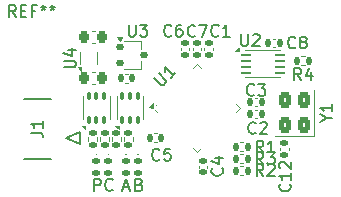
<source format=gbr>
%TF.GenerationSoftware,KiCad,Pcbnew,9.0.2*%
%TF.CreationDate,2025-06-09T11:48:46-05:00*%
%TF.ProjectId,ICEBATS384,49434542-4154-4533-9338-342e6b696361,rev?*%
%TF.SameCoordinates,Original*%
%TF.FileFunction,Legend,Top*%
%TF.FilePolarity,Positive*%
%FSLAX46Y46*%
G04 Gerber Fmt 4.6, Leading zero omitted, Abs format (unit mm)*
G04 Created by KiCad (PCBNEW 9.0.2) date 2025-06-09 11:48:46*
%MOMM*%
%LPD*%
G01*
G04 APERTURE LIST*
G04 Aperture macros list*
%AMRoundRect*
0 Rectangle with rounded corners*
0 $1 Rounding radius*
0 $2 $3 $4 $5 $6 $7 $8 $9 X,Y pos of 4 corners*
0 Add a 4 corners polygon primitive as box body*
4,1,4,$2,$3,$4,$5,$6,$7,$8,$9,$2,$3,0*
0 Add four circle primitives for the rounded corners*
1,1,$1+$1,$2,$3*
1,1,$1+$1,$4,$5*
1,1,$1+$1,$6,$7*
1,1,$1+$1,$8,$9*
0 Add four rect primitives between the rounded corners*
20,1,$1+$1,$2,$3,$4,$5,0*
20,1,$1+$1,$4,$5,$6,$7,0*
20,1,$1+$1,$6,$7,$8,$9,0*
20,1,$1+$1,$8,$9,$2,$3,0*%
%AMRotRect*
0 Rectangle, with rotation*
0 The origin of the aperture is its center*
0 $1 length*
0 $2 width*
0 $3 Rotation angle, in degrees counterclockwise*
0 Add horizontal line*
21,1,$1,$2,0,0,$3*%
%AMFreePoly0*
4,1,6,0.130000,0.115000,0.130000,-0.115000,-0.130000,-0.115000,-0.130000,0.275000,-0.020000,0.275000,0.130000,0.115000,0.130000,0.115000,$1*%
%AMFreePoly1*
4,1,6,0.130000,-0.115000,-0.130000,-0.115000,-0.130000,0.115000,0.020000,0.275000,0.130000,0.275000,0.130000,-0.115000,0.130000,-0.115000,$1*%
G04 Aperture macros list end*
%ADD10C,0.150000*%
%ADD11C,0.120000*%
%ADD12C,0.100000*%
%ADD13C,0.152400*%
%ADD14RoundRect,0.140000X0.170000X-0.140000X0.170000X0.140000X-0.170000X0.140000X-0.170000X-0.140000X0*%
%ADD15RoundRect,0.147500X-0.172500X0.147500X-0.172500X-0.147500X0.172500X-0.147500X0.172500X0.147500X0*%
%ADD16RoundRect,0.075000X0.075000X-0.247500X0.075000X0.247500X-0.075000X0.247500X-0.075000X-0.247500X0*%
%ADD17R,1.700000X1.010000*%
%ADD18RoundRect,0.225000X-0.225000X-0.250000X0.225000X-0.250000X0.225000X0.250000X-0.225000X0.250000X0*%
%ADD19C,2.200000*%
%ADD20RoundRect,0.140000X-0.140000X-0.170000X0.140000X-0.170000X0.140000X0.170000X-0.140000X0.170000X0*%
%ADD21RoundRect,0.062500X-0.387500X-0.062500X0.387500X-0.062500X0.387500X0.062500X-0.387500X0.062500X0*%
%ADD22R,0.200000X1.600000*%
%ADD23RoundRect,0.062500X-0.220971X-0.309359X0.309359X0.220971X0.220971X0.309359X-0.309359X-0.220971X0*%
%ADD24RoundRect,0.062500X0.220971X-0.309359X0.309359X-0.220971X-0.220971X0.309359X-0.309359X0.220971X0*%
%ADD25RotRect,3.100000X3.100000X45.000000*%
%ADD26RoundRect,0.135000X0.135000X0.185000X-0.135000X0.185000X-0.135000X-0.185000X0.135000X-0.185000X0*%
%ADD27RoundRect,0.140000X0.140000X0.170000X-0.140000X0.170000X-0.140000X-0.170000X0.140000X-0.170000X0*%
%ADD28RoundRect,0.140000X-0.170000X0.140000X-0.170000X-0.140000X0.170000X-0.140000X0.170000X0.140000X0*%
%ADD29RoundRect,0.135000X0.185000X-0.135000X0.185000X0.135000X-0.185000X0.135000X-0.185000X-0.135000X0*%
%ADD30RoundRect,0.112500X-0.237500X0.112500X-0.237500X-0.112500X0.237500X-0.112500X0.237500X0.112500X0*%
%ADD31FreePoly0,0.000000*%
%ADD32FreePoly1,0.000000*%
%ADD33FreePoly0,180.000000*%
%ADD34FreePoly1,180.000000*%
%ADD35RotRect,0.520000X0.520000X225.000000*%
%ADD36R,0.700000X0.220000*%
%ADD37R,0.500000X1.000000*%
%ADD38RoundRect,0.250000X0.300000X-0.400000X0.300000X0.400000X-0.300000X0.400000X-0.300000X-0.400000X0*%
G04 APERTURE END LIST*
D10*
X32789778Y-47004756D02*
X32789778Y-46004756D01*
X32789778Y-46004756D02*
X33170730Y-46004756D01*
X33170730Y-46004756D02*
X33265968Y-46052375D01*
X33265968Y-46052375D02*
X33313587Y-46099994D01*
X33313587Y-46099994D02*
X33361206Y-46195232D01*
X33361206Y-46195232D02*
X33361206Y-46338089D01*
X33361206Y-46338089D02*
X33313587Y-46433327D01*
X33313587Y-46433327D02*
X33265968Y-46480946D01*
X33265968Y-46480946D02*
X33170730Y-46528565D01*
X33170730Y-46528565D02*
X32789778Y-46528565D01*
X36623111Y-46480946D02*
X36765968Y-46528565D01*
X36765968Y-46528565D02*
X36813587Y-46576184D01*
X36813587Y-46576184D02*
X36861206Y-46671422D01*
X36861206Y-46671422D02*
X36861206Y-46814279D01*
X36861206Y-46814279D02*
X36813587Y-46909517D01*
X36813587Y-46909517D02*
X36765968Y-46957137D01*
X36765968Y-46957137D02*
X36670730Y-47004756D01*
X36670730Y-47004756D02*
X36289778Y-47004756D01*
X36289778Y-47004756D02*
X36289778Y-46004756D01*
X36289778Y-46004756D02*
X36623111Y-46004756D01*
X36623111Y-46004756D02*
X36718349Y-46052375D01*
X36718349Y-46052375D02*
X36765968Y-46099994D01*
X36765968Y-46099994D02*
X36813587Y-46195232D01*
X36813587Y-46195232D02*
X36813587Y-46290470D01*
X36813587Y-46290470D02*
X36765968Y-46385708D01*
X36765968Y-46385708D02*
X36718349Y-46433327D01*
X36718349Y-46433327D02*
X36623111Y-46480946D01*
X36623111Y-46480946D02*
X36289778Y-46480946D01*
X34361206Y-46909517D02*
X34313587Y-46957137D01*
X34313587Y-46957137D02*
X34170730Y-47004756D01*
X34170730Y-47004756D02*
X34075492Y-47004756D01*
X34075492Y-47004756D02*
X33932635Y-46957137D01*
X33932635Y-46957137D02*
X33837397Y-46861898D01*
X33837397Y-46861898D02*
X33789778Y-46766660D01*
X33789778Y-46766660D02*
X33742159Y-46576184D01*
X33742159Y-46576184D02*
X33742159Y-46433327D01*
X33742159Y-46433327D02*
X33789778Y-46242851D01*
X33789778Y-46242851D02*
X33837397Y-46147613D01*
X33837397Y-46147613D02*
X33932635Y-46052375D01*
X33932635Y-46052375D02*
X34075492Y-46004756D01*
X34075492Y-46004756D02*
X34170730Y-46004756D01*
X34170730Y-46004756D02*
X34313587Y-46052375D01*
X34313587Y-46052375D02*
X34361206Y-46099994D01*
X35242159Y-46719041D02*
X35718349Y-46719041D01*
X35146921Y-47004756D02*
X35480254Y-46004756D01*
X35480254Y-46004756D02*
X35813587Y-47004756D01*
X41333333Y-33879580D02*
X41285714Y-33927200D01*
X41285714Y-33927200D02*
X41142857Y-33974819D01*
X41142857Y-33974819D02*
X41047619Y-33974819D01*
X41047619Y-33974819D02*
X40904762Y-33927200D01*
X40904762Y-33927200D02*
X40809524Y-33831961D01*
X40809524Y-33831961D02*
X40761905Y-33736723D01*
X40761905Y-33736723D02*
X40714286Y-33546247D01*
X40714286Y-33546247D02*
X40714286Y-33403390D01*
X40714286Y-33403390D02*
X40761905Y-33212914D01*
X40761905Y-33212914D02*
X40809524Y-33117676D01*
X40809524Y-33117676D02*
X40904762Y-33022438D01*
X40904762Y-33022438D02*
X41047619Y-32974819D01*
X41047619Y-32974819D02*
X41142857Y-32974819D01*
X41142857Y-32974819D02*
X41285714Y-33022438D01*
X41285714Y-33022438D02*
X41333333Y-33070057D01*
X41666667Y-32974819D02*
X42333333Y-32974819D01*
X42333333Y-32974819D02*
X41904762Y-33974819D01*
X45238095Y-33754819D02*
X45238095Y-34564342D01*
X45238095Y-34564342D02*
X45285714Y-34659580D01*
X45285714Y-34659580D02*
X45333333Y-34707200D01*
X45333333Y-34707200D02*
X45428571Y-34754819D01*
X45428571Y-34754819D02*
X45619047Y-34754819D01*
X45619047Y-34754819D02*
X45714285Y-34707200D01*
X45714285Y-34707200D02*
X45761904Y-34659580D01*
X45761904Y-34659580D02*
X45809523Y-34564342D01*
X45809523Y-34564342D02*
X45809523Y-33754819D01*
X46238095Y-33850057D02*
X46285714Y-33802438D01*
X46285714Y-33802438D02*
X46380952Y-33754819D01*
X46380952Y-33754819D02*
X46619047Y-33754819D01*
X46619047Y-33754819D02*
X46714285Y-33802438D01*
X46714285Y-33802438D02*
X46761904Y-33850057D01*
X46761904Y-33850057D02*
X46809523Y-33945295D01*
X46809523Y-33945295D02*
X46809523Y-34040533D01*
X46809523Y-34040533D02*
X46761904Y-34183390D01*
X46761904Y-34183390D02*
X46190476Y-34754819D01*
X46190476Y-34754819D02*
X46809523Y-34754819D01*
X37867531Y-37445027D02*
X38439951Y-38017447D01*
X38439951Y-38017447D02*
X38540966Y-38051119D01*
X38540966Y-38051119D02*
X38608310Y-38051119D01*
X38608310Y-38051119D02*
X38709325Y-38017447D01*
X38709325Y-38017447D02*
X38844012Y-37882760D01*
X38844012Y-37882760D02*
X38877684Y-37781745D01*
X38877684Y-37781745D02*
X38877684Y-37714401D01*
X38877684Y-37714401D02*
X38844012Y-37613386D01*
X38844012Y-37613386D02*
X38271592Y-37040966D01*
X39685806Y-37040966D02*
X39281745Y-37445027D01*
X39483775Y-37242997D02*
X38776669Y-36535890D01*
X38776669Y-36535890D02*
X38810340Y-36704249D01*
X38810340Y-36704249D02*
X38810340Y-36838936D01*
X38810340Y-36838936D02*
X38776669Y-36939951D01*
X47133333Y-44754819D02*
X46800000Y-44278628D01*
X46561905Y-44754819D02*
X46561905Y-43754819D01*
X46561905Y-43754819D02*
X46942857Y-43754819D01*
X46942857Y-43754819D02*
X47038095Y-43802438D01*
X47038095Y-43802438D02*
X47085714Y-43850057D01*
X47085714Y-43850057D02*
X47133333Y-43945295D01*
X47133333Y-43945295D02*
X47133333Y-44088152D01*
X47133333Y-44088152D02*
X47085714Y-44183390D01*
X47085714Y-44183390D02*
X47038095Y-44231009D01*
X47038095Y-44231009D02*
X46942857Y-44278628D01*
X46942857Y-44278628D02*
X46561905Y-44278628D01*
X47466667Y-43754819D02*
X48085714Y-43754819D01*
X48085714Y-43754819D02*
X47752381Y-44135771D01*
X47752381Y-44135771D02*
X47895238Y-44135771D01*
X47895238Y-44135771D02*
X47990476Y-44183390D01*
X47990476Y-44183390D02*
X48038095Y-44231009D01*
X48038095Y-44231009D02*
X48085714Y-44326247D01*
X48085714Y-44326247D02*
X48085714Y-44564342D01*
X48085714Y-44564342D02*
X48038095Y-44659580D01*
X48038095Y-44659580D02*
X47990476Y-44707200D01*
X47990476Y-44707200D02*
X47895238Y-44754819D01*
X47895238Y-44754819D02*
X47609524Y-44754819D01*
X47609524Y-44754819D02*
X47514286Y-44707200D01*
X47514286Y-44707200D02*
X47466667Y-44659580D01*
X47133333Y-43754819D02*
X46800000Y-43278628D01*
X46561905Y-43754819D02*
X46561905Y-42754819D01*
X46561905Y-42754819D02*
X46942857Y-42754819D01*
X46942857Y-42754819D02*
X47038095Y-42802438D01*
X47038095Y-42802438D02*
X47085714Y-42850057D01*
X47085714Y-42850057D02*
X47133333Y-42945295D01*
X47133333Y-42945295D02*
X47133333Y-43088152D01*
X47133333Y-43088152D02*
X47085714Y-43183390D01*
X47085714Y-43183390D02*
X47038095Y-43231009D01*
X47038095Y-43231009D02*
X46942857Y-43278628D01*
X46942857Y-43278628D02*
X46561905Y-43278628D01*
X48085714Y-43754819D02*
X47514286Y-43754819D01*
X47800000Y-43754819D02*
X47800000Y-42754819D01*
X47800000Y-42754819D02*
X47704762Y-42897676D01*
X47704762Y-42897676D02*
X47609524Y-42992914D01*
X47609524Y-42992914D02*
X47514286Y-43040533D01*
X38333333Y-44359580D02*
X38285714Y-44407200D01*
X38285714Y-44407200D02*
X38142857Y-44454819D01*
X38142857Y-44454819D02*
X38047619Y-44454819D01*
X38047619Y-44454819D02*
X37904762Y-44407200D01*
X37904762Y-44407200D02*
X37809524Y-44311961D01*
X37809524Y-44311961D02*
X37761905Y-44216723D01*
X37761905Y-44216723D02*
X37714286Y-44026247D01*
X37714286Y-44026247D02*
X37714286Y-43883390D01*
X37714286Y-43883390D02*
X37761905Y-43692914D01*
X37761905Y-43692914D02*
X37809524Y-43597676D01*
X37809524Y-43597676D02*
X37904762Y-43502438D01*
X37904762Y-43502438D02*
X38047619Y-43454819D01*
X38047619Y-43454819D02*
X38142857Y-43454819D01*
X38142857Y-43454819D02*
X38285714Y-43502438D01*
X38285714Y-43502438D02*
X38333333Y-43550057D01*
X39238095Y-43454819D02*
X38761905Y-43454819D01*
X38761905Y-43454819D02*
X38714286Y-43931009D01*
X38714286Y-43931009D02*
X38761905Y-43883390D01*
X38761905Y-43883390D02*
X38857143Y-43835771D01*
X38857143Y-43835771D02*
X39095238Y-43835771D01*
X39095238Y-43835771D02*
X39190476Y-43883390D01*
X39190476Y-43883390D02*
X39238095Y-43931009D01*
X39238095Y-43931009D02*
X39285714Y-44026247D01*
X39285714Y-44026247D02*
X39285714Y-44264342D01*
X39285714Y-44264342D02*
X39238095Y-44359580D01*
X39238095Y-44359580D02*
X39190476Y-44407200D01*
X39190476Y-44407200D02*
X39095238Y-44454819D01*
X39095238Y-44454819D02*
X38857143Y-44454819D01*
X38857143Y-44454819D02*
X38761905Y-44407200D01*
X38761905Y-44407200D02*
X38714286Y-44359580D01*
X50333333Y-37624819D02*
X50000000Y-37148628D01*
X49761905Y-37624819D02*
X49761905Y-36624819D01*
X49761905Y-36624819D02*
X50142857Y-36624819D01*
X50142857Y-36624819D02*
X50238095Y-36672438D01*
X50238095Y-36672438D02*
X50285714Y-36720057D01*
X50285714Y-36720057D02*
X50333333Y-36815295D01*
X50333333Y-36815295D02*
X50333333Y-36958152D01*
X50333333Y-36958152D02*
X50285714Y-37053390D01*
X50285714Y-37053390D02*
X50238095Y-37101009D01*
X50238095Y-37101009D02*
X50142857Y-37148628D01*
X50142857Y-37148628D02*
X49761905Y-37148628D01*
X51190476Y-36958152D02*
X51190476Y-37624819D01*
X50952381Y-36577200D02*
X50714286Y-37291485D01*
X50714286Y-37291485D02*
X51333333Y-37291485D01*
X26166666Y-32304819D02*
X25833333Y-31828628D01*
X25595238Y-32304819D02*
X25595238Y-31304819D01*
X25595238Y-31304819D02*
X25976190Y-31304819D01*
X25976190Y-31304819D02*
X26071428Y-31352438D01*
X26071428Y-31352438D02*
X26119047Y-31400057D01*
X26119047Y-31400057D02*
X26166666Y-31495295D01*
X26166666Y-31495295D02*
X26166666Y-31638152D01*
X26166666Y-31638152D02*
X26119047Y-31733390D01*
X26119047Y-31733390D02*
X26071428Y-31781009D01*
X26071428Y-31781009D02*
X25976190Y-31828628D01*
X25976190Y-31828628D02*
X25595238Y-31828628D01*
X26595238Y-31781009D02*
X26928571Y-31781009D01*
X27071428Y-32304819D02*
X26595238Y-32304819D01*
X26595238Y-32304819D02*
X26595238Y-31304819D01*
X26595238Y-31304819D02*
X27071428Y-31304819D01*
X27833333Y-31781009D02*
X27500000Y-31781009D01*
X27500000Y-32304819D02*
X27500000Y-31304819D01*
X27500000Y-31304819D02*
X27976190Y-31304819D01*
X28500000Y-31304819D02*
X28500000Y-31542914D01*
X28261905Y-31447676D02*
X28500000Y-31542914D01*
X28500000Y-31542914D02*
X28738095Y-31447676D01*
X28357143Y-31733390D02*
X28500000Y-31542914D01*
X28500000Y-31542914D02*
X28642857Y-31733390D01*
X29261905Y-31304819D02*
X29261905Y-31542914D01*
X29023810Y-31447676D02*
X29261905Y-31542914D01*
X29261905Y-31542914D02*
X29500000Y-31447676D01*
X29119048Y-31733390D02*
X29261905Y-31542914D01*
X29261905Y-31542914D02*
X29404762Y-31733390D01*
X43626084Y-45103905D02*
X43673704Y-45151524D01*
X43673704Y-45151524D02*
X43721323Y-45294381D01*
X43721323Y-45294381D02*
X43721323Y-45389619D01*
X43721323Y-45389619D02*
X43673704Y-45532476D01*
X43673704Y-45532476D02*
X43578465Y-45627714D01*
X43578465Y-45627714D02*
X43483227Y-45675333D01*
X43483227Y-45675333D02*
X43292751Y-45722952D01*
X43292751Y-45722952D02*
X43149894Y-45722952D01*
X43149894Y-45722952D02*
X42959418Y-45675333D01*
X42959418Y-45675333D02*
X42864180Y-45627714D01*
X42864180Y-45627714D02*
X42768942Y-45532476D01*
X42768942Y-45532476D02*
X42721323Y-45389619D01*
X42721323Y-45389619D02*
X42721323Y-45294381D01*
X42721323Y-45294381D02*
X42768942Y-45151524D01*
X42768942Y-45151524D02*
X42816561Y-45103905D01*
X43054656Y-44246762D02*
X43721323Y-44246762D01*
X42673704Y-44484857D02*
X43387989Y-44722952D01*
X43387989Y-44722952D02*
X43387989Y-44103905D01*
X49833333Y-34859580D02*
X49785714Y-34907200D01*
X49785714Y-34907200D02*
X49642857Y-34954819D01*
X49642857Y-34954819D02*
X49547619Y-34954819D01*
X49547619Y-34954819D02*
X49404762Y-34907200D01*
X49404762Y-34907200D02*
X49309524Y-34811961D01*
X49309524Y-34811961D02*
X49261905Y-34716723D01*
X49261905Y-34716723D02*
X49214286Y-34526247D01*
X49214286Y-34526247D02*
X49214286Y-34383390D01*
X49214286Y-34383390D02*
X49261905Y-34192914D01*
X49261905Y-34192914D02*
X49309524Y-34097676D01*
X49309524Y-34097676D02*
X49404762Y-34002438D01*
X49404762Y-34002438D02*
X49547619Y-33954819D01*
X49547619Y-33954819D02*
X49642857Y-33954819D01*
X49642857Y-33954819D02*
X49785714Y-34002438D01*
X49785714Y-34002438D02*
X49833333Y-34050057D01*
X50404762Y-34383390D02*
X50309524Y-34335771D01*
X50309524Y-34335771D02*
X50261905Y-34288152D01*
X50261905Y-34288152D02*
X50214286Y-34192914D01*
X50214286Y-34192914D02*
X50214286Y-34145295D01*
X50214286Y-34145295D02*
X50261905Y-34050057D01*
X50261905Y-34050057D02*
X50309524Y-34002438D01*
X50309524Y-34002438D02*
X50404762Y-33954819D01*
X50404762Y-33954819D02*
X50595238Y-33954819D01*
X50595238Y-33954819D02*
X50690476Y-34002438D01*
X50690476Y-34002438D02*
X50738095Y-34050057D01*
X50738095Y-34050057D02*
X50785714Y-34145295D01*
X50785714Y-34145295D02*
X50785714Y-34192914D01*
X50785714Y-34192914D02*
X50738095Y-34288152D01*
X50738095Y-34288152D02*
X50690476Y-34335771D01*
X50690476Y-34335771D02*
X50595238Y-34383390D01*
X50595238Y-34383390D02*
X50404762Y-34383390D01*
X50404762Y-34383390D02*
X50309524Y-34431009D01*
X50309524Y-34431009D02*
X50261905Y-34478628D01*
X50261905Y-34478628D02*
X50214286Y-34573866D01*
X50214286Y-34573866D02*
X50214286Y-34764342D01*
X50214286Y-34764342D02*
X50261905Y-34859580D01*
X50261905Y-34859580D02*
X50309524Y-34907200D01*
X50309524Y-34907200D02*
X50404762Y-34954819D01*
X50404762Y-34954819D02*
X50595238Y-34954819D01*
X50595238Y-34954819D02*
X50690476Y-34907200D01*
X50690476Y-34907200D02*
X50738095Y-34859580D01*
X50738095Y-34859580D02*
X50785714Y-34764342D01*
X50785714Y-34764342D02*
X50785714Y-34573866D01*
X50785714Y-34573866D02*
X50738095Y-34478628D01*
X50738095Y-34478628D02*
X50690476Y-34431009D01*
X50690476Y-34431009D02*
X50595238Y-34383390D01*
X46353333Y-38859580D02*
X46305714Y-38907200D01*
X46305714Y-38907200D02*
X46162857Y-38954819D01*
X46162857Y-38954819D02*
X46067619Y-38954819D01*
X46067619Y-38954819D02*
X45924762Y-38907200D01*
X45924762Y-38907200D02*
X45829524Y-38811961D01*
X45829524Y-38811961D02*
X45781905Y-38716723D01*
X45781905Y-38716723D02*
X45734286Y-38526247D01*
X45734286Y-38526247D02*
X45734286Y-38383390D01*
X45734286Y-38383390D02*
X45781905Y-38192914D01*
X45781905Y-38192914D02*
X45829524Y-38097676D01*
X45829524Y-38097676D02*
X45924762Y-38002438D01*
X45924762Y-38002438D02*
X46067619Y-37954819D01*
X46067619Y-37954819D02*
X46162857Y-37954819D01*
X46162857Y-37954819D02*
X46305714Y-38002438D01*
X46305714Y-38002438D02*
X46353333Y-38050057D01*
X46686667Y-37954819D02*
X47305714Y-37954819D01*
X47305714Y-37954819D02*
X46972381Y-38335771D01*
X46972381Y-38335771D02*
X47115238Y-38335771D01*
X47115238Y-38335771D02*
X47210476Y-38383390D01*
X47210476Y-38383390D02*
X47258095Y-38431009D01*
X47258095Y-38431009D02*
X47305714Y-38526247D01*
X47305714Y-38526247D02*
X47305714Y-38764342D01*
X47305714Y-38764342D02*
X47258095Y-38859580D01*
X47258095Y-38859580D02*
X47210476Y-38907200D01*
X47210476Y-38907200D02*
X47115238Y-38954819D01*
X47115238Y-38954819D02*
X46829524Y-38954819D01*
X46829524Y-38954819D02*
X46734286Y-38907200D01*
X46734286Y-38907200D02*
X46686667Y-38859580D01*
X49359580Y-46442857D02*
X49407200Y-46490476D01*
X49407200Y-46490476D02*
X49454819Y-46633333D01*
X49454819Y-46633333D02*
X49454819Y-46728571D01*
X49454819Y-46728571D02*
X49407200Y-46871428D01*
X49407200Y-46871428D02*
X49311961Y-46966666D01*
X49311961Y-46966666D02*
X49216723Y-47014285D01*
X49216723Y-47014285D02*
X49026247Y-47061904D01*
X49026247Y-47061904D02*
X48883390Y-47061904D01*
X48883390Y-47061904D02*
X48692914Y-47014285D01*
X48692914Y-47014285D02*
X48597676Y-46966666D01*
X48597676Y-46966666D02*
X48502438Y-46871428D01*
X48502438Y-46871428D02*
X48454819Y-46728571D01*
X48454819Y-46728571D02*
X48454819Y-46633333D01*
X48454819Y-46633333D02*
X48502438Y-46490476D01*
X48502438Y-46490476D02*
X48550057Y-46442857D01*
X49454819Y-45490476D02*
X49454819Y-46061904D01*
X49454819Y-45776190D02*
X48454819Y-45776190D01*
X48454819Y-45776190D02*
X48597676Y-45871428D01*
X48597676Y-45871428D02*
X48692914Y-45966666D01*
X48692914Y-45966666D02*
X48740533Y-46061904D01*
X48550057Y-45109523D02*
X48502438Y-45061904D01*
X48502438Y-45061904D02*
X48454819Y-44966666D01*
X48454819Y-44966666D02*
X48454819Y-44728571D01*
X48454819Y-44728571D02*
X48502438Y-44633333D01*
X48502438Y-44633333D02*
X48550057Y-44585714D01*
X48550057Y-44585714D02*
X48645295Y-44538095D01*
X48645295Y-44538095D02*
X48740533Y-44538095D01*
X48740533Y-44538095D02*
X48883390Y-44585714D01*
X48883390Y-44585714D02*
X49454819Y-45157142D01*
X49454819Y-45157142D02*
X49454819Y-44538095D01*
X35738095Y-32954819D02*
X35738095Y-33764342D01*
X35738095Y-33764342D02*
X35785714Y-33859580D01*
X35785714Y-33859580D02*
X35833333Y-33907200D01*
X35833333Y-33907200D02*
X35928571Y-33954819D01*
X35928571Y-33954819D02*
X36119047Y-33954819D01*
X36119047Y-33954819D02*
X36214285Y-33907200D01*
X36214285Y-33907200D02*
X36261904Y-33859580D01*
X36261904Y-33859580D02*
X36309523Y-33764342D01*
X36309523Y-33764342D02*
X36309523Y-32954819D01*
X36690476Y-32954819D02*
X37309523Y-32954819D01*
X37309523Y-32954819D02*
X36976190Y-33335771D01*
X36976190Y-33335771D02*
X37119047Y-33335771D01*
X37119047Y-33335771D02*
X37214285Y-33383390D01*
X37214285Y-33383390D02*
X37261904Y-33431009D01*
X37261904Y-33431009D02*
X37309523Y-33526247D01*
X37309523Y-33526247D02*
X37309523Y-33764342D01*
X37309523Y-33764342D02*
X37261904Y-33859580D01*
X37261904Y-33859580D02*
X37214285Y-33907200D01*
X37214285Y-33907200D02*
X37119047Y-33954819D01*
X37119047Y-33954819D02*
X36833333Y-33954819D01*
X36833333Y-33954819D02*
X36738095Y-33907200D01*
X36738095Y-33907200D02*
X36690476Y-33859580D01*
X30254819Y-36561904D02*
X31064342Y-36561904D01*
X31064342Y-36561904D02*
X31159580Y-36514285D01*
X31159580Y-36514285D02*
X31207200Y-36466666D01*
X31207200Y-36466666D02*
X31254819Y-36371428D01*
X31254819Y-36371428D02*
X31254819Y-36180952D01*
X31254819Y-36180952D02*
X31207200Y-36085714D01*
X31207200Y-36085714D02*
X31159580Y-36038095D01*
X31159580Y-36038095D02*
X31064342Y-35990476D01*
X31064342Y-35990476D02*
X30254819Y-35990476D01*
X30588152Y-35085714D02*
X31254819Y-35085714D01*
X30207200Y-35323809D02*
X30921485Y-35561904D01*
X30921485Y-35561904D02*
X30921485Y-34942857D01*
X27454819Y-42083337D02*
X28169104Y-42083337D01*
X28169104Y-42083337D02*
X28311961Y-42130956D01*
X28311961Y-42130956D02*
X28407200Y-42226194D01*
X28407200Y-42226194D02*
X28454819Y-42369051D01*
X28454819Y-42369051D02*
X28454819Y-42464289D01*
X28454819Y-41083337D02*
X28454819Y-41654765D01*
X28454819Y-41369051D02*
X27454819Y-41369051D01*
X27454819Y-41369051D02*
X27597676Y-41464289D01*
X27597676Y-41464289D02*
X27692914Y-41559527D01*
X27692914Y-41559527D02*
X27740533Y-41654765D01*
X46471906Y-42092218D02*
X46424287Y-42139838D01*
X46424287Y-42139838D02*
X46281430Y-42187457D01*
X46281430Y-42187457D02*
X46186192Y-42187457D01*
X46186192Y-42187457D02*
X46043335Y-42139838D01*
X46043335Y-42139838D02*
X45948097Y-42044599D01*
X45948097Y-42044599D02*
X45900478Y-41949361D01*
X45900478Y-41949361D02*
X45852859Y-41758885D01*
X45852859Y-41758885D02*
X45852859Y-41616028D01*
X45852859Y-41616028D02*
X45900478Y-41425552D01*
X45900478Y-41425552D02*
X45948097Y-41330314D01*
X45948097Y-41330314D02*
X46043335Y-41235076D01*
X46043335Y-41235076D02*
X46186192Y-41187457D01*
X46186192Y-41187457D02*
X46281430Y-41187457D01*
X46281430Y-41187457D02*
X46424287Y-41235076D01*
X46424287Y-41235076D02*
X46471906Y-41282695D01*
X46852859Y-41282695D02*
X46900478Y-41235076D01*
X46900478Y-41235076D02*
X46995716Y-41187457D01*
X46995716Y-41187457D02*
X47233811Y-41187457D01*
X47233811Y-41187457D02*
X47329049Y-41235076D01*
X47329049Y-41235076D02*
X47376668Y-41282695D01*
X47376668Y-41282695D02*
X47424287Y-41377933D01*
X47424287Y-41377933D02*
X47424287Y-41473171D01*
X47424287Y-41473171D02*
X47376668Y-41616028D01*
X47376668Y-41616028D02*
X46805240Y-42187457D01*
X46805240Y-42187457D02*
X47424287Y-42187457D01*
X43333333Y-33859580D02*
X43285714Y-33907200D01*
X43285714Y-33907200D02*
X43142857Y-33954819D01*
X43142857Y-33954819D02*
X43047619Y-33954819D01*
X43047619Y-33954819D02*
X42904762Y-33907200D01*
X42904762Y-33907200D02*
X42809524Y-33811961D01*
X42809524Y-33811961D02*
X42761905Y-33716723D01*
X42761905Y-33716723D02*
X42714286Y-33526247D01*
X42714286Y-33526247D02*
X42714286Y-33383390D01*
X42714286Y-33383390D02*
X42761905Y-33192914D01*
X42761905Y-33192914D02*
X42809524Y-33097676D01*
X42809524Y-33097676D02*
X42904762Y-33002438D01*
X42904762Y-33002438D02*
X43047619Y-32954819D01*
X43047619Y-32954819D02*
X43142857Y-32954819D01*
X43142857Y-32954819D02*
X43285714Y-33002438D01*
X43285714Y-33002438D02*
X43333333Y-33050057D01*
X44285714Y-33954819D02*
X43714286Y-33954819D01*
X44000000Y-33954819D02*
X44000000Y-32954819D01*
X44000000Y-32954819D02*
X43904762Y-33097676D01*
X43904762Y-33097676D02*
X43809524Y-33192914D01*
X43809524Y-33192914D02*
X43714286Y-33240533D01*
X47133333Y-45754819D02*
X46800000Y-45278628D01*
X46561905Y-45754819D02*
X46561905Y-44754819D01*
X46561905Y-44754819D02*
X46942857Y-44754819D01*
X46942857Y-44754819D02*
X47038095Y-44802438D01*
X47038095Y-44802438D02*
X47085714Y-44850057D01*
X47085714Y-44850057D02*
X47133333Y-44945295D01*
X47133333Y-44945295D02*
X47133333Y-45088152D01*
X47133333Y-45088152D02*
X47085714Y-45183390D01*
X47085714Y-45183390D02*
X47038095Y-45231009D01*
X47038095Y-45231009D02*
X46942857Y-45278628D01*
X46942857Y-45278628D02*
X46561905Y-45278628D01*
X47514286Y-44850057D02*
X47561905Y-44802438D01*
X47561905Y-44802438D02*
X47657143Y-44754819D01*
X47657143Y-44754819D02*
X47895238Y-44754819D01*
X47895238Y-44754819D02*
X47990476Y-44802438D01*
X47990476Y-44802438D02*
X48038095Y-44850057D01*
X48038095Y-44850057D02*
X48085714Y-44945295D01*
X48085714Y-44945295D02*
X48085714Y-45040533D01*
X48085714Y-45040533D02*
X48038095Y-45183390D01*
X48038095Y-45183390D02*
X47466667Y-45754819D01*
X47466667Y-45754819D02*
X48085714Y-45754819D01*
X52478628Y-40879394D02*
X52954819Y-40879394D01*
X51954819Y-41212727D02*
X52478628Y-40879394D01*
X52478628Y-40879394D02*
X51954819Y-40546061D01*
X52954819Y-39688918D02*
X52954819Y-40260346D01*
X52954819Y-39974632D02*
X51954819Y-39974632D01*
X51954819Y-39974632D02*
X52097676Y-40069870D01*
X52097676Y-40069870D02*
X52192914Y-40165108D01*
X52192914Y-40165108D02*
X52240533Y-40260346D01*
X39333333Y-33859580D02*
X39285714Y-33907200D01*
X39285714Y-33907200D02*
X39142857Y-33954819D01*
X39142857Y-33954819D02*
X39047619Y-33954819D01*
X39047619Y-33954819D02*
X38904762Y-33907200D01*
X38904762Y-33907200D02*
X38809524Y-33811961D01*
X38809524Y-33811961D02*
X38761905Y-33716723D01*
X38761905Y-33716723D02*
X38714286Y-33526247D01*
X38714286Y-33526247D02*
X38714286Y-33383390D01*
X38714286Y-33383390D02*
X38761905Y-33192914D01*
X38761905Y-33192914D02*
X38809524Y-33097676D01*
X38809524Y-33097676D02*
X38904762Y-33002438D01*
X38904762Y-33002438D02*
X39047619Y-32954819D01*
X39047619Y-32954819D02*
X39142857Y-32954819D01*
X39142857Y-32954819D02*
X39285714Y-33002438D01*
X39285714Y-33002438D02*
X39333333Y-33050057D01*
X40190476Y-32954819D02*
X40000000Y-32954819D01*
X40000000Y-32954819D02*
X39904762Y-33002438D01*
X39904762Y-33002438D02*
X39857143Y-33050057D01*
X39857143Y-33050057D02*
X39761905Y-33192914D01*
X39761905Y-33192914D02*
X39714286Y-33383390D01*
X39714286Y-33383390D02*
X39714286Y-33764342D01*
X39714286Y-33764342D02*
X39761905Y-33859580D01*
X39761905Y-33859580D02*
X39809524Y-33907200D01*
X39809524Y-33907200D02*
X39904762Y-33954819D01*
X39904762Y-33954819D02*
X40095238Y-33954819D01*
X40095238Y-33954819D02*
X40190476Y-33907200D01*
X40190476Y-33907200D02*
X40238095Y-33859580D01*
X40238095Y-33859580D02*
X40285714Y-33764342D01*
X40285714Y-33764342D02*
X40285714Y-33526247D01*
X40285714Y-33526247D02*
X40238095Y-33431009D01*
X40238095Y-33431009D02*
X40190476Y-33383390D01*
X40190476Y-33383390D02*
X40095238Y-33335771D01*
X40095238Y-33335771D02*
X39904762Y-33335771D01*
X39904762Y-33335771D02*
X39809524Y-33383390D01*
X39809524Y-33383390D02*
X39761905Y-33431009D01*
X39761905Y-33431009D02*
X39714286Y-33526247D01*
D11*
%TO.C,C7*%
X41140000Y-35107836D02*
X41140000Y-34892164D01*
X41860000Y-35107836D02*
X41860000Y-34892164D01*
D12*
%TO.C,D4*%
X36550000Y-43910000D02*
G75*
G02*
X36450000Y-43910000I-50000J0D01*
G01*
X36450000Y-43910000D02*
G75*
G02*
X36550000Y-43910000I50000J0D01*
G01*
D11*
%TO.C,Q1*%
X31890000Y-40972500D02*
X31890000Y-38972500D01*
X34110000Y-40972500D02*
X34110000Y-38972500D01*
X32030000Y-41772500D02*
X31750000Y-41492500D01*
X32030000Y-41492500D01*
X32030000Y-41772500D01*
G36*
X32030000Y-41772500D02*
G01*
X31750000Y-41492500D01*
X32030000Y-41492500D01*
X32030000Y-41772500D01*
G37*
%TO.C,C9*%
X32584420Y-33490000D02*
X32865580Y-33490000D01*
X32584420Y-34510000D02*
X32865580Y-34510000D01*
%TO.C,Q2*%
X34740000Y-40972500D02*
X34740000Y-38972500D01*
X36960000Y-40972500D02*
X36960000Y-38972500D01*
X34880000Y-41772500D02*
X34600000Y-41492500D01*
X34880000Y-41492500D01*
X34880000Y-41772500D01*
G36*
X34880000Y-41772500D02*
G01*
X34600000Y-41492500D01*
X34880000Y-41492500D01*
X34880000Y-41772500D01*
G37*
%TO.C,C11*%
X35412164Y-37140000D02*
X35627836Y-37140000D01*
X35412164Y-37860000D02*
X35627836Y-37860000D01*
%TO.C,U2*%
X45575000Y-35115000D02*
X48575000Y-35115000D01*
X45575000Y-37385000D02*
X48575000Y-37385000D01*
X45025000Y-35200000D02*
X44745000Y-35200000D01*
X45025000Y-34920000D01*
X45025000Y-35200000D01*
G36*
X45025000Y-35200000D02*
G01*
X44745000Y-35200000D01*
X45025000Y-34920000D01*
X45025000Y-35200000D01*
G37*
%TO.C,U1*%
X38144778Y-39664124D02*
X38021035Y-39787868D01*
X38144778Y-40335876D02*
X37978608Y-40169706D01*
X41164124Y-36644778D02*
X41500000Y-36308903D01*
X41500000Y-36308903D02*
X41835876Y-36644778D01*
X41500000Y-43691097D02*
X41164124Y-43355222D01*
X41835876Y-43355222D02*
X41500000Y-43691097D01*
X44855222Y-40335876D02*
X45191097Y-40000000D01*
X45191097Y-40000000D02*
X44855222Y-39664124D01*
X37808903Y-40000000D02*
X37405852Y-39936360D01*
X37745263Y-39596949D01*
X37808903Y-40000000D01*
G36*
X37808903Y-40000000D02*
G01*
X37405852Y-39936360D01*
X37745263Y-39596949D01*
X37808903Y-40000000D01*
G37*
%TO.C,R3*%
X45443641Y-43920000D02*
X45136359Y-43920000D01*
X45443641Y-44680000D02*
X45136359Y-44680000D01*
%TO.C,R1*%
X45443641Y-42920000D02*
X45136359Y-42920000D01*
X45443641Y-43680000D02*
X45136359Y-43680000D01*
%TO.C,C5*%
X38127836Y-42140000D02*
X37912164Y-42140000D01*
X38127836Y-42860000D02*
X37912164Y-42860000D01*
%TO.C,R4*%
X50653641Y-35620000D02*
X50346359Y-35620000D01*
X50653641Y-36380000D02*
X50346359Y-36380000D01*
D12*
%TO.C,D2*%
X34050000Y-43910000D02*
G75*
G02*
X33950000Y-43910000I-50000J0D01*
G01*
X33950000Y-43910000D02*
G75*
G02*
X34050000Y-43910000I50000J0D01*
G01*
D11*
%TO.C,C4*%
X41640000Y-44872164D02*
X41640000Y-45087836D01*
X42360000Y-44872164D02*
X42360000Y-45087836D01*
%TO.C,C8*%
X48127836Y-34140000D02*
X47912164Y-34140000D01*
X48127836Y-34860000D02*
X47912164Y-34860000D01*
D12*
%TO.C,D3*%
X35550000Y-43910000D02*
G75*
G02*
X35450000Y-43910000I-50000J0D01*
G01*
X35450000Y-43910000D02*
G75*
G02*
X35550000Y-43910000I50000J0D01*
G01*
D11*
%TO.C,R6*%
X33306790Y-42797352D02*
X33306790Y-42490070D01*
X34066790Y-42797352D02*
X34066790Y-42490070D01*
%TO.C,C3*%
X46412164Y-39140000D02*
X46627836Y-39140000D01*
X46412164Y-39860000D02*
X46627836Y-39860000D01*
%TO.C,C12*%
X48540000Y-43372164D02*
X48540000Y-43587836D01*
X49260000Y-43372164D02*
X49260000Y-43587836D01*
%TO.C,R5*%
X32306790Y-42797352D02*
X32306790Y-42490070D01*
X33066790Y-42797352D02*
X33066790Y-42490070D01*
D12*
%TO.C,D1*%
X33050000Y-43910000D02*
G75*
G02*
X32950000Y-43910000I-50000J0D01*
G01*
X32950000Y-43910000D02*
G75*
G02*
X33050000Y-43910000I50000J0D01*
G01*
D11*
%TO.C,C10*%
X32584420Y-36990000D02*
X32865580Y-36990000D01*
X32584420Y-38010000D02*
X32865580Y-38010000D01*
%TO.C,U3*%
X35320000Y-34340000D02*
X36730000Y-34340000D01*
X35320000Y-36660000D02*
X36730000Y-36660000D01*
X36730000Y-34340000D02*
X36730000Y-35000000D01*
X36730000Y-36000000D02*
X36730000Y-36660000D01*
X34950000Y-34360000D02*
X34710000Y-34030000D01*
X35190000Y-34030000D01*
X34950000Y-34360000D01*
G36*
X34950000Y-34360000D02*
G01*
X34710000Y-34030000D01*
X35190000Y-34030000D01*
X34950000Y-34360000D01*
G37*
%TO.C,U4*%
X31644627Y-35255502D02*
X31644627Y-36255502D01*
X33084627Y-36255502D02*
X33084627Y-35255502D01*
X31724627Y-36825502D02*
X31444627Y-36545502D01*
X31724627Y-36545502D01*
X31724627Y-36825502D01*
G36*
X31724627Y-36825502D02*
G01*
X31444627Y-36545502D01*
X31724627Y-36545502D01*
X31724627Y-36825502D01*
G37*
%TO.C,R8*%
X35306790Y-42797352D02*
X35306790Y-42490070D01*
X36066790Y-42797352D02*
X36066790Y-42490070D01*
D13*
%TO.C,J1*%
X26861072Y-44299999D02*
X29138928Y-44299999D01*
X29138928Y-39200009D02*
X26861072Y-39200009D01*
X31582000Y-42013999D02*
X30388200Y-42521999D01*
X31582000Y-43029999D02*
X30388200Y-42521999D01*
X31582000Y-43029999D02*
X31582000Y-42013999D01*
D11*
%TO.C,C2*%
X46412164Y-40140000D02*
X46627836Y-40140000D01*
X46412164Y-40860000D02*
X46627836Y-40860000D01*
%TO.C,C1*%
X42140000Y-35107836D02*
X42140000Y-34892164D01*
X42860000Y-35107836D02*
X42860000Y-34892164D01*
%TO.C,R7*%
X34306790Y-42797352D02*
X34306790Y-42490070D01*
X35066790Y-42797352D02*
X35066790Y-42490070D01*
%TO.C,R2*%
X45443641Y-44920000D02*
X45136359Y-44920000D01*
X45443641Y-45680000D02*
X45136359Y-45680000D01*
%TO.C,Y1*%
X48139651Y-42363204D02*
X51409651Y-42363204D01*
X51409651Y-42363204D02*
X51409651Y-38443204D01*
%TO.C,C6*%
X40140000Y-35107836D02*
X40140000Y-34892164D01*
X40860000Y-35107836D02*
X40860000Y-34892164D01*
%TD*%
%LPC*%
D14*
%TO.C,C7*%
X41500000Y-35480000D03*
X41500000Y-34520000D03*
%TD*%
D15*
%TO.C,D4*%
X36500000Y-44515000D03*
X36500000Y-45485000D03*
%TD*%
D16*
%TO.C,Q1*%
X32350000Y-41000000D03*
X33000000Y-41000000D03*
X33650000Y-41000000D03*
X33650000Y-38945000D03*
X33000000Y-38945000D03*
X32350000Y-38945000D03*
D17*
X33000000Y-39972500D03*
%TD*%
D18*
%TO.C,C9*%
X31950000Y-34000000D03*
X33500000Y-34000000D03*
%TD*%
D16*
%TO.C,Q2*%
X35200000Y-41000000D03*
X35850000Y-41000000D03*
X36500000Y-41000000D03*
X36500000Y-38945000D03*
X35850000Y-38945000D03*
X35200000Y-38945000D03*
D17*
X35850000Y-39972500D03*
%TD*%
D19*
%TO.C,REF\u002A\u002A*%
X52500000Y-45000000D03*
%TD*%
D20*
%TO.C,C11*%
X35040000Y-37500000D03*
X36000000Y-37500000D03*
%TD*%
D21*
%TO.C,U2*%
X45650000Y-35500000D03*
X45650000Y-36000000D03*
X45650000Y-36500000D03*
X45650000Y-37000000D03*
X48500000Y-37000000D03*
X48500000Y-36500000D03*
X48500000Y-36000000D03*
X48500000Y-35500000D03*
D22*
X47075000Y-36250000D03*
%TD*%
D23*
%TO.C,U1*%
X38538990Y-40486136D03*
X38892544Y-40839689D03*
X39246097Y-41193243D03*
X39599651Y-41546796D03*
X39953204Y-41900349D03*
X40306757Y-42253903D03*
X40660311Y-42607456D03*
X41013864Y-42961010D03*
D24*
X41986136Y-42961010D03*
X42339689Y-42607456D03*
X42693243Y-42253903D03*
X43046796Y-41900349D03*
X43400349Y-41546796D03*
X43753903Y-41193243D03*
X44107456Y-40839689D03*
X44461010Y-40486136D03*
D23*
X44461010Y-39513864D03*
X44107456Y-39160311D03*
X43753903Y-38806757D03*
X43400349Y-38453204D03*
X43046796Y-38099651D03*
X42693243Y-37746097D03*
X42339689Y-37392544D03*
X41986136Y-37038990D03*
D24*
X41013864Y-37038990D03*
X40660311Y-37392544D03*
X40306757Y-37746097D03*
X39953204Y-38099651D03*
X39599651Y-38453204D03*
X39246097Y-38806757D03*
X38892544Y-39160311D03*
X38538990Y-39513864D03*
D25*
X41500000Y-40000000D03*
%TD*%
D26*
%TO.C,R3*%
X45800000Y-44300000D03*
X44780000Y-44300000D03*
%TD*%
%TO.C,R1*%
X45800000Y-43300000D03*
X44780000Y-43300000D03*
%TD*%
D27*
%TO.C,C5*%
X38500000Y-42500000D03*
X37540000Y-42500000D03*
%TD*%
D26*
%TO.C,R4*%
X51010000Y-36000000D03*
X49990000Y-36000000D03*
%TD*%
D15*
%TO.C,D2*%
X34000000Y-44515000D03*
X34000000Y-45485000D03*
%TD*%
D19*
%TO.C,REF\u002A\u002A*%
X27500000Y-35000000D03*
%TD*%
D28*
%TO.C,C4*%
X42000000Y-44500000D03*
X42000000Y-45460000D03*
%TD*%
D27*
%TO.C,C8*%
X48500000Y-34500000D03*
X47540000Y-34500000D03*
%TD*%
D15*
%TO.C,D3*%
X35500000Y-44515000D03*
X35500000Y-45485000D03*
%TD*%
D29*
%TO.C,R6*%
X33686790Y-43153711D03*
X33686790Y-42133711D03*
%TD*%
D20*
%TO.C,C3*%
X46040000Y-39500000D03*
X47000000Y-39500000D03*
%TD*%
D28*
%TO.C,C12*%
X48900000Y-43000000D03*
X48900000Y-43960000D03*
%TD*%
D29*
%TO.C,R5*%
X32686790Y-43153711D03*
X32686790Y-42133711D03*
%TD*%
D15*
%TO.C,D1*%
X33000000Y-44515000D03*
X33000000Y-45485000D03*
%TD*%
D18*
%TO.C,C10*%
X31950000Y-37500000D03*
X33500000Y-37500000D03*
%TD*%
D30*
%TO.C,U3*%
X35000000Y-34850000D03*
X35000000Y-36150000D03*
X37000000Y-35500000D03*
%TD*%
D31*
%TO.C,U4*%
X32039627Y-36240502D03*
D32*
X32689627Y-36240502D03*
D33*
X32689627Y-35270502D03*
D34*
X32039627Y-35270502D03*
D35*
X32364627Y-35755502D03*
%TD*%
D29*
%TO.C,R8*%
X35686790Y-43153711D03*
X35686790Y-42133711D03*
%TD*%
D36*
%TO.C,J1*%
X29549999Y-42550005D03*
X29549999Y-42150003D03*
X29549999Y-41750004D03*
X29549999Y-41350005D03*
X29549999Y-40950003D03*
X26450001Y-42550005D03*
X26450001Y-42150003D03*
X26450001Y-41750004D03*
X26450001Y-41350005D03*
X26450001Y-40950003D03*
D37*
X29500000Y-43500000D03*
X29500000Y-40000008D03*
X26500000Y-43500000D03*
X26500000Y-40000008D03*
%TD*%
D20*
%TO.C,C2*%
X46040000Y-40500000D03*
X47000000Y-40500000D03*
%TD*%
D14*
%TO.C,C1*%
X42500000Y-35480000D03*
X42500000Y-34520000D03*
%TD*%
D29*
%TO.C,R7*%
X34686790Y-43153711D03*
X34686790Y-42133711D03*
%TD*%
D26*
%TO.C,R2*%
X45800000Y-45300000D03*
X44780000Y-45300000D03*
%TD*%
D38*
%TO.C,Y1*%
X50599651Y-41453204D03*
X50599651Y-39353204D03*
X48949651Y-39353204D03*
X48949651Y-41453204D03*
%TD*%
D14*
%TO.C,C6*%
X40500000Y-35480000D03*
X40500000Y-34520000D03*
%TD*%
%LPD*%
M02*

</source>
